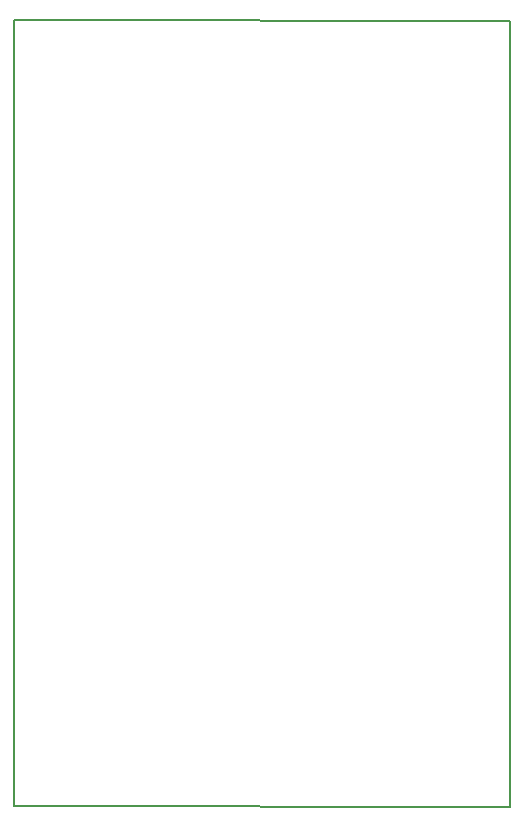
<source format=gbr>
G04 #@! TF.GenerationSoftware,KiCad,Pcbnew,5.1.6*
G04 #@! TF.CreationDate,2020-07-26T18:09:44+03:00*
G04 #@! TF.ProjectId,kicad-skw92b-mt7688a-adapter,6b696361-642d-4736-9b77-3932622d6d74,rev?*
G04 #@! TF.SameCoordinates,Original*
G04 #@! TF.FileFunction,Profile,NP*
%FSLAX46Y46*%
G04 Gerber Fmt 4.6, Leading zero omitted, Abs format (unit mm)*
G04 Created by KiCad (PCBNEW 5.1.6) date 2020-07-26 18:09:44*
%MOMM*%
%LPD*%
G01*
G04 APERTURE LIST*
G04 #@! TA.AperFunction,Profile*
%ADD10C,0.200000*%
G04 #@! TD*
G04 APERTURE END LIST*
D10*
X129000000Y-139000000D02*
X129000000Y-72525000D01*
X171000000Y-139125000D02*
X129000000Y-139000000D01*
X171000000Y-72575000D02*
X171000000Y-139125000D01*
X129000000Y-72525000D02*
X171000000Y-72575000D01*
M02*

</source>
